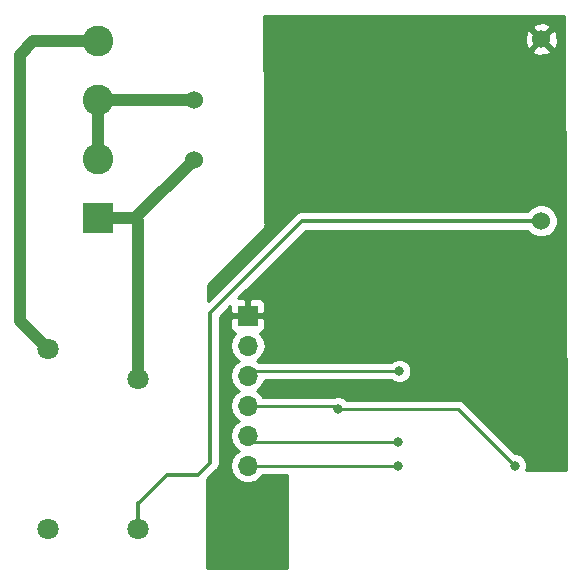
<source format=gbl>
G04 #@! TF.GenerationSoftware,KiCad,Pcbnew,5.0.2-bee76a0~70~ubuntu18.04.1*
G04 #@! TF.CreationDate,2019-08-21T20:27:36+02:00*
G04 #@! TF.ProjectId,Ceiling lamp,4365696c-696e-4672-906c-616d702e6b69,rev?*
G04 #@! TF.SameCoordinates,Original*
G04 #@! TF.FileFunction,Copper,L2,Bot*
G04 #@! TF.FilePolarity,Positive*
%FSLAX46Y46*%
G04 Gerber Fmt 4.6, Leading zero omitted, Abs format (unit mm)*
G04 Created by KiCad (PCBNEW 5.0.2-bee76a0~70~ubuntu18.04.1) date mié 21 ago 2019 20:27:36 CEST*
%MOMM*%
%LPD*%
G01*
G04 APERTURE LIST*
G04 #@! TA.AperFunction,ComponentPad*
%ADD10C,1.524000*%
G04 #@! TD*
G04 #@! TA.AperFunction,ComponentPad*
%ADD11R,1.700000X1.700000*%
G04 #@! TD*
G04 #@! TA.AperFunction,ComponentPad*
%ADD12O,1.700000X1.700000*%
G04 #@! TD*
G04 #@! TA.AperFunction,ComponentPad*
%ADD13C,1.800000*%
G04 #@! TD*
G04 #@! TA.AperFunction,ComponentPad*
%ADD14R,2.600000X2.600000*%
G04 #@! TD*
G04 #@! TA.AperFunction,ComponentPad*
%ADD15C,2.600000*%
G04 #@! TD*
G04 #@! TA.AperFunction,ViaPad*
%ADD16C,0.800000*%
G04 #@! TD*
G04 #@! TA.AperFunction,Conductor*
%ADD17C,0.350000*%
G04 #@! TD*
G04 #@! TA.AperFunction,Conductor*
%ADD18C,0.250000*%
G04 #@! TD*
G04 #@! TA.AperFunction,Conductor*
%ADD19C,1.000000*%
G04 #@! TD*
G04 #@! TA.AperFunction,Conductor*
%ADD20C,0.254000*%
G04 #@! TD*
G04 APERTURE END LIST*
D10*
G04 #@! TO.P,U3,1*
G04 #@! TO.N,Net-(J1-Pad2)*
X85358000Y-55572000D03*
G04 #@! TO.P,U3,2*
G04 #@! TO.N,/RelayL*
X85358000Y-60572000D03*
G04 #@! TO.P,U3,3*
G04 #@! TO.N,GND*
X114758000Y-50372000D03*
G04 #@! TO.P,U3,4*
G04 #@! TO.N,+5V*
X114758000Y-65772000D03*
G04 #@! TD*
D11*
G04 #@! TO.P,J2,1*
G04 #@! TO.N,GND*
X89916000Y-73787000D03*
D12*
G04 #@! TO.P,J2,2*
G04 #@! TO.N,+3V3*
X89916000Y-76327000D03*
G04 #@! TO.P,J2,3*
G04 #@! TO.N,/Flash*
X89916000Y-78867000D03*
G04 #@! TO.P,J2,4*
G04 #@! TO.N,/Rst*
X89916000Y-81407000D03*
G04 #@! TO.P,J2,5*
G04 #@! TO.N,/RX*
X89916000Y-83947000D03*
G04 #@! TO.P,J2,6*
G04 #@! TO.N,/TX*
X89916000Y-86487000D03*
G04 #@! TD*
D13*
G04 #@! TO.P,K1,1*
G04 #@! TO.N,+5V*
X80615000Y-91865000D03*
G04 #@! TO.P,K1,2*
G04 #@! TO.N,Net-(D1-Pad1)*
X73015000Y-91865000D03*
G04 #@! TO.P,K1,3*
G04 #@! TO.N,/RelayC*
X73015000Y-76625000D03*
G04 #@! TO.P,K1,4*
G04 #@! TO.N,/RelayL*
X80615000Y-79165000D03*
G04 #@! TD*
D14*
G04 #@! TO.P,J1,1*
G04 #@! TO.N,/RelayL*
X77216000Y-65532000D03*
D15*
G04 #@! TO.P,J1,2*
G04 #@! TO.N,Net-(J1-Pad2)*
X77216000Y-60532000D03*
G04 #@! TO.P,J1,3*
X77216000Y-55532000D03*
G04 #@! TO.P,J1,4*
G04 #@! TO.N,/RelayC*
X77216000Y-50532000D03*
G04 #@! TD*
D16*
G04 #@! TO.N,/Flash*
X102743000Y-78486000D03*
G04 #@! TO.N,/Rst*
X112522000Y-86487000D03*
X97536000Y-81661000D03*
G04 #@! TO.N,/RX*
X102616000Y-84455000D03*
G04 #@! TO.N,/TX*
X102616000Y-86487000D03*
G04 #@! TD*
D17*
G04 #@! TO.N,+5V*
X85725000Y-87249000D02*
X86741000Y-86233000D01*
X86741000Y-73533000D02*
X94502000Y-65772000D01*
X86741000Y-86233000D02*
X86741000Y-73533000D01*
X94502000Y-65772000D02*
X114758000Y-65772000D01*
X85725000Y-87249000D02*
X83058000Y-87249000D01*
X83058000Y-87249000D02*
X80772000Y-89535000D01*
X80615000Y-89692000D02*
X80615000Y-91865000D01*
X80772000Y-89535000D02*
X80615000Y-89692000D01*
D18*
G04 #@! TO.N,Net-(J1-Pad2)*
X85238000Y-55452000D02*
X85358000Y-55572000D01*
D19*
X77216000Y-60626000D02*
X77216000Y-55626000D01*
X85318000Y-55532000D02*
X85358000Y-55572000D01*
X77216000Y-55532000D02*
X85318000Y-55532000D01*
D18*
G04 #@! TO.N,/Flash*
X90297000Y-78486000D02*
X89916000Y-78867000D01*
X102743000Y-78486000D02*
X90297000Y-78486000D01*
G04 #@! TO.N,/Rst*
X109402999Y-83367999D02*
X112522000Y-86487000D01*
X97282000Y-81407000D02*
X97536000Y-81661000D01*
X89916000Y-81407000D02*
X97282000Y-81407000D01*
X107696000Y-81661000D02*
X109402999Y-83367999D01*
X97536000Y-81661000D02*
X107696000Y-81661000D01*
G04 #@! TO.N,/RX*
X90424000Y-84455000D02*
X89916000Y-83947000D01*
X102616000Y-84455000D02*
X90424000Y-84455000D01*
G04 #@! TO.N,/TX*
X97155000Y-86487000D02*
X102616000Y-86487000D01*
X97155000Y-86487000D02*
X89916000Y-86487000D01*
G04 #@! TO.N,/RelayL*
X85238000Y-60452000D02*
X85358000Y-60572000D01*
D19*
X80398000Y-65532000D02*
X85358000Y-60572000D01*
X80615000Y-65749000D02*
X80398000Y-65532000D01*
X80615000Y-79165000D02*
X80615000Y-65749000D01*
X77216000Y-65532000D02*
X80398000Y-65532000D01*
G04 #@! TO.N,/RelayC*
X70612000Y-51689000D02*
X70612000Y-74222000D01*
X70612000Y-74222000D02*
X73015000Y-76625000D01*
X71769000Y-50532000D02*
X70612000Y-51689000D01*
X71769000Y-50532000D02*
X77216000Y-50532000D01*
G04 #@! TD*
D20*
G04 #@! TO.N,GND*
G36*
X116839583Y-86868000D02*
X113484461Y-86868000D01*
X113557000Y-86692874D01*
X113557000Y-86281126D01*
X113399431Y-85900720D01*
X113108280Y-85609569D01*
X112727874Y-85452000D01*
X112561802Y-85452000D01*
X109993330Y-82883529D01*
X109993328Y-82883526D01*
X108286331Y-81176530D01*
X108243929Y-81113071D01*
X107992537Y-80945096D01*
X107770852Y-80901000D01*
X107770847Y-80901000D01*
X107696000Y-80886112D01*
X107621153Y-80901000D01*
X98239711Y-80901000D01*
X98122280Y-80783569D01*
X97741874Y-80626000D01*
X97330126Y-80626000D01*
X97304544Y-80636596D01*
X97282000Y-80632112D01*
X97207153Y-80647000D01*
X91194178Y-80647000D01*
X90986625Y-80336375D01*
X90688239Y-80137000D01*
X90986625Y-79937625D01*
X91314839Y-79446418D01*
X91354704Y-79246000D01*
X102039289Y-79246000D01*
X102156720Y-79363431D01*
X102537126Y-79521000D01*
X102948874Y-79521000D01*
X103329280Y-79363431D01*
X103620431Y-79072280D01*
X103778000Y-78691874D01*
X103778000Y-78280126D01*
X103620431Y-77899720D01*
X103329280Y-77608569D01*
X102948874Y-77451000D01*
X102537126Y-77451000D01*
X102156720Y-77608569D01*
X102039289Y-77726000D01*
X90881301Y-77726000D01*
X90688239Y-77597000D01*
X90986625Y-77397625D01*
X91314839Y-76906418D01*
X91430092Y-76327000D01*
X91314839Y-75747582D01*
X90986625Y-75256375D01*
X90964967Y-75241904D01*
X91125698Y-75175327D01*
X91304327Y-74996699D01*
X91401000Y-74763310D01*
X91401000Y-74072750D01*
X91242250Y-73914000D01*
X90043000Y-73914000D01*
X90043000Y-73934000D01*
X89789000Y-73934000D01*
X89789000Y-73914000D01*
X88589750Y-73914000D01*
X88431000Y-74072750D01*
X88431000Y-74763310D01*
X88527673Y-74996699D01*
X88706302Y-75175327D01*
X88867033Y-75241904D01*
X88845375Y-75256375D01*
X88517161Y-75747582D01*
X88401908Y-76327000D01*
X88517161Y-76906418D01*
X88845375Y-77397625D01*
X89143761Y-77597000D01*
X88845375Y-77796375D01*
X88517161Y-78287582D01*
X88401908Y-78867000D01*
X88517161Y-79446418D01*
X88845375Y-79937625D01*
X89143761Y-80137000D01*
X88845375Y-80336375D01*
X88517161Y-80827582D01*
X88401908Y-81407000D01*
X88517161Y-81986418D01*
X88845375Y-82477625D01*
X89143761Y-82677000D01*
X88845375Y-82876375D01*
X88517161Y-83367582D01*
X88401908Y-83947000D01*
X88517161Y-84526418D01*
X88845375Y-85017625D01*
X89143761Y-85217000D01*
X88845375Y-85416375D01*
X88517161Y-85907582D01*
X88401908Y-86487000D01*
X88517161Y-87066418D01*
X88845375Y-87557625D01*
X89336582Y-87885839D01*
X89769744Y-87972000D01*
X90062256Y-87972000D01*
X90495418Y-87885839D01*
X90986625Y-87557625D01*
X91194178Y-87247000D01*
X93218000Y-87247000D01*
X93218000Y-95123000D01*
X86487000Y-95123000D01*
X86487000Y-87632512D01*
X87257347Y-86862166D01*
X87324977Y-86816977D01*
X87504003Y-86549046D01*
X87551000Y-86312774D01*
X87551000Y-86312773D01*
X87566868Y-86233000D01*
X87551000Y-86153227D01*
X87551000Y-73868512D01*
X88431000Y-72988512D01*
X88431000Y-73501250D01*
X88589750Y-73660000D01*
X89789000Y-73660000D01*
X89789000Y-72460750D01*
X90043000Y-72460750D01*
X90043000Y-73660000D01*
X91242250Y-73660000D01*
X91401000Y-73501250D01*
X91401000Y-72810690D01*
X91304327Y-72577301D01*
X91125698Y-72398673D01*
X90892309Y-72302000D01*
X90201750Y-72302000D01*
X90043000Y-72460750D01*
X89789000Y-72460750D01*
X89630250Y-72302000D01*
X89117512Y-72302000D01*
X94837513Y-66582000D01*
X113592343Y-66582000D01*
X113966663Y-66956320D01*
X114480119Y-67169000D01*
X115035881Y-67169000D01*
X115549337Y-66956320D01*
X115942320Y-66563337D01*
X116155000Y-66049881D01*
X116155000Y-65494119D01*
X115942320Y-64980663D01*
X115549337Y-64587680D01*
X115035881Y-64375000D01*
X114480119Y-64375000D01*
X113966663Y-64587680D01*
X113592343Y-64962000D01*
X94581769Y-64962000D01*
X94501999Y-64946133D01*
X94422230Y-64962000D01*
X94422226Y-64962000D01*
X94185954Y-65008997D01*
X93918023Y-65188023D01*
X93872834Y-65255653D01*
X86587000Y-72541488D01*
X86587000Y-71170446D01*
X91146538Y-66610909D01*
X91207905Y-66569905D01*
X91370354Y-66326783D01*
X91413000Y-66112388D01*
X91427399Y-66040000D01*
X91413000Y-65967612D01*
X91413000Y-53394612D01*
X91400447Y-53331506D01*
X91325244Y-52905003D01*
X91313000Y-52871363D01*
X91313000Y-51352213D01*
X113957392Y-51352213D01*
X114026857Y-51594397D01*
X114550302Y-51781144D01*
X115105368Y-51753362D01*
X115489143Y-51594397D01*
X115558608Y-51352213D01*
X114758000Y-50551605D01*
X113957392Y-51352213D01*
X91313000Y-51352213D01*
X91313000Y-50164302D01*
X113348856Y-50164302D01*
X113376638Y-50719368D01*
X113535603Y-51103143D01*
X113777787Y-51172608D01*
X114578395Y-50372000D01*
X114937605Y-50372000D01*
X115738213Y-51172608D01*
X115980397Y-51103143D01*
X116167144Y-50579698D01*
X116139362Y-50024632D01*
X115980397Y-49640857D01*
X115738213Y-49571392D01*
X114937605Y-50372000D01*
X114578395Y-50372000D01*
X113777787Y-49571392D01*
X113535603Y-49640857D01*
X113348856Y-50164302D01*
X91313000Y-50164302D01*
X91313000Y-49391787D01*
X113957392Y-49391787D01*
X114758000Y-50192395D01*
X115558608Y-49391787D01*
X115489143Y-49149603D01*
X114965698Y-48962856D01*
X114410632Y-48990638D01*
X114026857Y-49149603D01*
X113957392Y-49391787D01*
X91313000Y-49391787D01*
X91313000Y-48387000D01*
X116713416Y-48387000D01*
X116839583Y-86868000D01*
X116839583Y-86868000D01*
G37*
X116839583Y-86868000D02*
X113484461Y-86868000D01*
X113557000Y-86692874D01*
X113557000Y-86281126D01*
X113399431Y-85900720D01*
X113108280Y-85609569D01*
X112727874Y-85452000D01*
X112561802Y-85452000D01*
X109993330Y-82883529D01*
X109993328Y-82883526D01*
X108286331Y-81176530D01*
X108243929Y-81113071D01*
X107992537Y-80945096D01*
X107770852Y-80901000D01*
X107770847Y-80901000D01*
X107696000Y-80886112D01*
X107621153Y-80901000D01*
X98239711Y-80901000D01*
X98122280Y-80783569D01*
X97741874Y-80626000D01*
X97330126Y-80626000D01*
X97304544Y-80636596D01*
X97282000Y-80632112D01*
X97207153Y-80647000D01*
X91194178Y-80647000D01*
X90986625Y-80336375D01*
X90688239Y-80137000D01*
X90986625Y-79937625D01*
X91314839Y-79446418D01*
X91354704Y-79246000D01*
X102039289Y-79246000D01*
X102156720Y-79363431D01*
X102537126Y-79521000D01*
X102948874Y-79521000D01*
X103329280Y-79363431D01*
X103620431Y-79072280D01*
X103778000Y-78691874D01*
X103778000Y-78280126D01*
X103620431Y-77899720D01*
X103329280Y-77608569D01*
X102948874Y-77451000D01*
X102537126Y-77451000D01*
X102156720Y-77608569D01*
X102039289Y-77726000D01*
X90881301Y-77726000D01*
X90688239Y-77597000D01*
X90986625Y-77397625D01*
X91314839Y-76906418D01*
X91430092Y-76327000D01*
X91314839Y-75747582D01*
X90986625Y-75256375D01*
X90964967Y-75241904D01*
X91125698Y-75175327D01*
X91304327Y-74996699D01*
X91401000Y-74763310D01*
X91401000Y-74072750D01*
X91242250Y-73914000D01*
X90043000Y-73914000D01*
X90043000Y-73934000D01*
X89789000Y-73934000D01*
X89789000Y-73914000D01*
X88589750Y-73914000D01*
X88431000Y-74072750D01*
X88431000Y-74763310D01*
X88527673Y-74996699D01*
X88706302Y-75175327D01*
X88867033Y-75241904D01*
X88845375Y-75256375D01*
X88517161Y-75747582D01*
X88401908Y-76327000D01*
X88517161Y-76906418D01*
X88845375Y-77397625D01*
X89143761Y-77597000D01*
X88845375Y-77796375D01*
X88517161Y-78287582D01*
X88401908Y-78867000D01*
X88517161Y-79446418D01*
X88845375Y-79937625D01*
X89143761Y-80137000D01*
X88845375Y-80336375D01*
X88517161Y-80827582D01*
X88401908Y-81407000D01*
X88517161Y-81986418D01*
X88845375Y-82477625D01*
X89143761Y-82677000D01*
X88845375Y-82876375D01*
X88517161Y-83367582D01*
X88401908Y-83947000D01*
X88517161Y-84526418D01*
X88845375Y-85017625D01*
X89143761Y-85217000D01*
X88845375Y-85416375D01*
X88517161Y-85907582D01*
X88401908Y-86487000D01*
X88517161Y-87066418D01*
X88845375Y-87557625D01*
X89336582Y-87885839D01*
X89769744Y-87972000D01*
X90062256Y-87972000D01*
X90495418Y-87885839D01*
X90986625Y-87557625D01*
X91194178Y-87247000D01*
X93218000Y-87247000D01*
X93218000Y-95123000D01*
X86487000Y-95123000D01*
X86487000Y-87632512D01*
X87257347Y-86862166D01*
X87324977Y-86816977D01*
X87504003Y-86549046D01*
X87551000Y-86312774D01*
X87551000Y-86312773D01*
X87566868Y-86233000D01*
X87551000Y-86153227D01*
X87551000Y-73868512D01*
X88431000Y-72988512D01*
X88431000Y-73501250D01*
X88589750Y-73660000D01*
X89789000Y-73660000D01*
X89789000Y-72460750D01*
X90043000Y-72460750D01*
X90043000Y-73660000D01*
X91242250Y-73660000D01*
X91401000Y-73501250D01*
X91401000Y-72810690D01*
X91304327Y-72577301D01*
X91125698Y-72398673D01*
X90892309Y-72302000D01*
X90201750Y-72302000D01*
X90043000Y-72460750D01*
X89789000Y-72460750D01*
X89630250Y-72302000D01*
X89117512Y-72302000D01*
X94837513Y-66582000D01*
X113592343Y-66582000D01*
X113966663Y-66956320D01*
X114480119Y-67169000D01*
X115035881Y-67169000D01*
X115549337Y-66956320D01*
X115942320Y-66563337D01*
X116155000Y-66049881D01*
X116155000Y-65494119D01*
X115942320Y-64980663D01*
X115549337Y-64587680D01*
X115035881Y-64375000D01*
X114480119Y-64375000D01*
X113966663Y-64587680D01*
X113592343Y-64962000D01*
X94581769Y-64962000D01*
X94501999Y-64946133D01*
X94422230Y-64962000D01*
X94422226Y-64962000D01*
X94185954Y-65008997D01*
X93918023Y-65188023D01*
X93872834Y-65255653D01*
X86587000Y-72541488D01*
X86587000Y-71170446D01*
X91146538Y-66610909D01*
X91207905Y-66569905D01*
X91370354Y-66326783D01*
X91413000Y-66112388D01*
X91427399Y-66040000D01*
X91413000Y-65967612D01*
X91413000Y-53394612D01*
X91400447Y-53331506D01*
X91325244Y-52905003D01*
X91313000Y-52871363D01*
X91313000Y-51352213D01*
X113957392Y-51352213D01*
X114026857Y-51594397D01*
X114550302Y-51781144D01*
X115105368Y-51753362D01*
X115489143Y-51594397D01*
X115558608Y-51352213D01*
X114758000Y-50551605D01*
X113957392Y-51352213D01*
X91313000Y-51352213D01*
X91313000Y-50164302D01*
X113348856Y-50164302D01*
X113376638Y-50719368D01*
X113535603Y-51103143D01*
X113777787Y-51172608D01*
X114578395Y-50372000D01*
X114937605Y-50372000D01*
X115738213Y-51172608D01*
X115980397Y-51103143D01*
X116167144Y-50579698D01*
X116139362Y-50024632D01*
X115980397Y-49640857D01*
X115738213Y-49571392D01*
X114937605Y-50372000D01*
X114578395Y-50372000D01*
X113777787Y-49571392D01*
X113535603Y-49640857D01*
X113348856Y-50164302D01*
X91313000Y-50164302D01*
X91313000Y-49391787D01*
X113957392Y-49391787D01*
X114758000Y-50192395D01*
X115558608Y-49391787D01*
X115489143Y-49149603D01*
X114965698Y-48962856D01*
X114410632Y-48990638D01*
X114026857Y-49149603D01*
X113957392Y-49391787D01*
X91313000Y-49391787D01*
X91313000Y-48387000D01*
X116713416Y-48387000D01*
X116839583Y-86868000D01*
G04 #@! TD*
M02*

</source>
